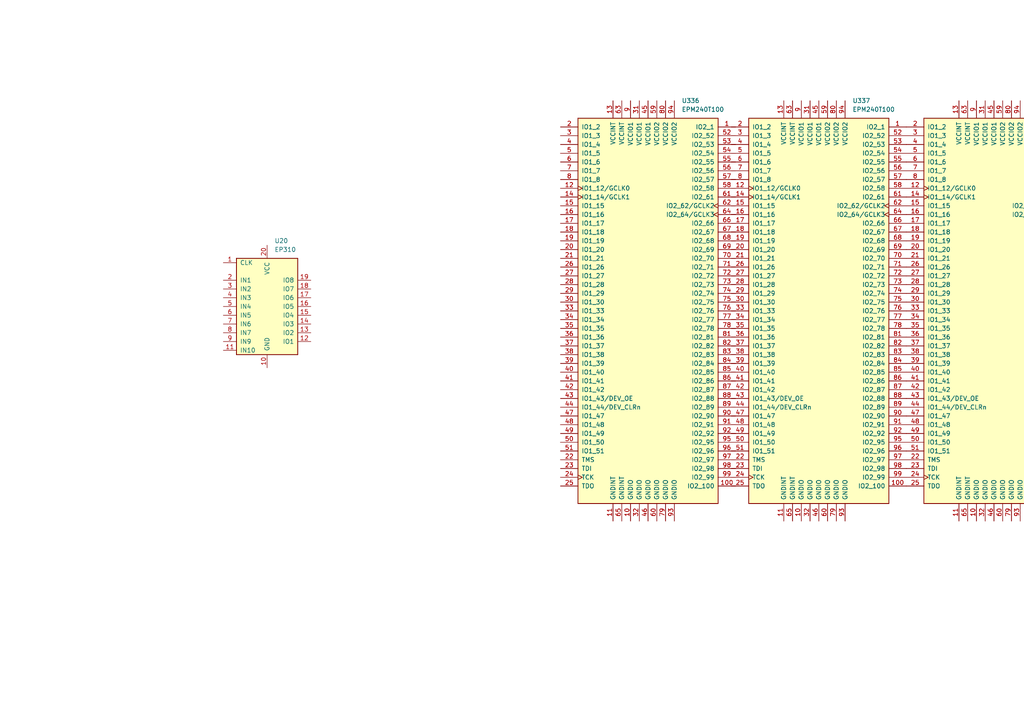
<source format=kicad_sch>
(kicad_sch (version 20250114) (generator "eeschema") (generator_version "9.0")
  (paper "A4")
  (lib_symbols
    (symbol "CPLD_Altera:EP310" (pin_names (offset 1.016))
      (property "Reference" "U" (at -2.54 17.145 0))
      (property "Value" "EP310" (at -2.54 15.24 0))
      (symbol "EP310_0_1"
        (rectangle (start -8.89 -13.97) (end 8.89 13.97) (stroke (width 0.254)) (fill (type background)))
      )
      (symbol "EP310_1_1"
        (pin input line (at -12.7 12.7 0) (length 3.81) (name "CLK") (number "1"))
        (pin input line (at -12.7 7.62 0) (length 3.81) (name "IN1") (number "2"))
        (pin input line (at -12.7 5.08 0) (length 3.81) (name "IN2") (number "3"))
        (pin input line (at -12.7 2.54 0) (length 3.81) (name "IN3") (number "4"))
        (pin input line (at -12.7 0 0) (length 3.81) (name "IN4") (number "5"))
        (pin input line (at -12.7 -2.54 0) (length 3.81) (name "IN5") (number "6"))
        (pin input line (at -12.7 -5.08 0) (length 3.81) (name "IN6") (number "7"))
        (pin input line (at -12.7 -7.62 0) (length 3.81) (name "IN7") (number "8"))
        (pin input line (at -12.7 -10.16 0) (length 3.81) (name "IN9") (number "9"))
        (pin input line (at -12.7 -12.7 0) (length 3.81) (name "IN10") (number "11"))
        (pin power_in line (at 0 17.78 270) (length 3.81) (name "VCC") (number "20"))
        (pin power_in line (at 0 -17.78 90) (length 3.81) (name "GND") (number "10"))
        (pin input line (at 12.7 7.62 180) (length 3.81) (name "IO8") (number "19"))
        (pin input line (at 12.7 5.08 180) (length 3.81) (name "IO7") (number "18"))
        (pin input line (at 12.7 2.54 180) (length 3.81) (name "IO6") (number "17"))
        (pin input line (at 12.7 0 180) (length 3.81) (name "IO5") (number "16"))
        (pin input line (at 12.7 -2.54 180) (length 3.81) (name "IO4") (number "15"))
        (pin input line (at 12.7 -5.08 180) (length 3.81) (name "IO3") (number "14"))
        (pin input line (at 12.7 -7.62 180) (length 3.81) (name "IO2") (number "13"))
        (pin input line (at 12.7 -10.16 180) (length 3.81) (name "IO1") (number "12"))
      )
    )
    (symbol "CPLD_Altera:EPM240T100" (pin_names (offset 1.016))
      (property "Reference" "U" (at 10.16 57.15 0))
      (property "Value" "EPM240T100" (at 10.16 -57.15 0))
      (symbol "EPM240T100_1_1"
        (rectangle (start -20.32 55.88) (end 20.32 -55.88) (stroke (width 0.254)) (fill (type background)))
        (pin bidirectional line (at -25.4 53.34 0) (length 5.08) (name "IO1_2") (number "2"))
        (pin bidirectional line (at -25.4 50.8 0) (length 5.08) (name "IO1_3") (number "3"))
        (pin bidirectional line (at -25.4 48.26 0) (length 5.08) (name "IO1_4") (number "4"))
        (pin bidirectional line (at -25.4 45.72 0) (length 5.08) (name "IO1_5") (number "5"))
        (pin bidirectional line (at -25.4 43.18 0) (length 5.08) (name "IO1_6") (number "6"))
        (pin bidirectional line (at -25.4 40.64 0) (length 5.08) (name "IO1_7") (number "7"))
        (pin bidirectional line (at -25.4 38.1 0) (length 5.08) (name "IO1_8") (number "8"))
        (pin bidirectional clock (at -25.4 35.56 0) (length 5.08) (name "IO1_12/GCLK0") (number "12"))
        (pin bidirectional clock (at -25.4 33.02 0) (length 5.08) (name "IO1_14/GCLK1") (number "14"))
        (pin bidirectional line (at -25.4 30.48 0) (length 5.08) (name "IO1_15") (number "15"))
        (pin bidirectional line (at -25.4 27.94 0) (length 5.08) (name "IO1_16") (number "16"))
        (pin bidirectional line (at -25.4 25.4 0) (length 5.08) (name "IO1_17") (number "17"))
        (pin bidirectional line (at -25.4 22.86 0) (length 5.08) (name "IO1_18") (number "18"))
        (pin bidirectional line (at -25.4 20.32 0) (length 5.08) (name "IO1_19") (number "19"))
        (pin bidirectional line (at -25.4 17.78 0) (length 5.08) (name "IO1_20") (number "20"))
        (pin bidirectional line (at -25.4 15.24 0) (length 5.08) (name "IO1_21") (number "21"))
        (pin bidirectional line (at -25.4 12.7 0) (length 5.08) (name "IO1_26") (number "26"))
        (pin bidirectional line (at -25.4 10.16 0) (length 5.08) (name "IO1_27") (number "27"))
        (pin bidirectional line (at -25.4 7.62 0) (length 5.08) (name "IO1_28") (number "28"))
        (pin bidirectional line (at -25.4 5.08 0) (length 5.08) (name "IO1_29") (number "29"))
        (pin bidirectional line (at -25.4 2.54 0) (length 5.08) (name "IO1_30") (number "30"))
        (pin bidirectional line (at -25.4 0 0) (length 5.08) (name "IO1_33") (number "33"))
        (pin bidirectional line (at -25.4 -2.54 0) (length 5.08) (name "IO1_34") (number "34"))
        (pin bidirectional line (at -25.4 -5.08 0) (length 5.08) (name "IO1_35") (number "35"))
        (pin bidirectional line (at -25.4 -7.62 0) (length 5.08) (name "IO1_36") (number "36"))
        (pin bidirectional line (at -25.4 -10.16 0) (length 5.08) (name "IO1_37") (number "37"))
        (pin bidirectional line (at -25.4 -12.7 0) (length 5.08) (name "IO1_38") (number "38"))
        (pin bidirectional line (at -25.4 -15.24 0) (length 5.08) (name "IO1_39") (number "39"))
        (pin bidirectional line (at -25.4 -17.78 0) (length 5.08) (name "IO1_40") (number "40"))
        (pin bidirectional line (at -25.4 -20.32 0) (length 5.08) (name "IO1_41") (number "41"))
        (pin bidirectional line (at -25.4 -22.86 0) (length 5.08) (name "IO1_42") (number "42"))
        (pin bidirectional line (at -25.4 -25.4 0) (length 5.08) (name "IO1_43/DEV_OE") (number "43"))
        (pin bidirectional line (at -25.4 -27.94 0) (length 5.08) (name "IO1_44/DEV_CLRn") (number "44"))
        (pin bidirectional line (at -25.4 -30.48 0) (length 5.08) (name "IO1_47") (number "47"))
        (pin bidirectional line (at -25.4 -33.02 0) (length 5.08) (name "IO1_48") (number "48"))
        (pin bidirectional line (at -25.4 -35.56 0) (length 5.08) (name "IO1_49") (number "49"))
        (pin bidirectional line (at -25.4 -38.1 0) (length 5.08) (name "IO1_50") (number "50"))
        (pin bidirectional line (at -25.4 -40.64 0) (length 5.08) (name "IO1_51") (number "51"))
        (pin input line (at -25.4 -43.18 0) (length 5.08) (name "TMS") (number "22"))
        (pin input line (at -25.4 -45.72 0) (length 5.08) (name "TDI") (number "23"))
        (pin input clock (at -25.4 -48.26 0) (length 5.08) (name "TCK") (number "24"))
        (pin output line (at -25.4 -50.8 0) (length 5.08) (name "TDO") (number "25"))
        (pin power_in line (at -10.16 60.96 270) (length 5.08) (name "VCCINT") (number "13"))
        (pin power_in line (at -10.16 -60.96 90) (length 5.08) (name "GNDINT") (number "11"))
        (pin power_in line (at -7.62 60.96 270) (length 5.08) (name "VCCINT") (number "63"))
        (pin power_in line (at -7.62 -60.96 90) (length 5.08) (name "GNDINT") (number "65"))
        (pin power_in line (at -5.08 60.96 270) (length 5.08) (name "VCCIO1") (number "9"))
        (pin power_in line (at -5.08 -60.96 90) (length 5.08) (name "GNDIO") (number "10"))
        (pin power_in line (at -2.54 60.96 270) (length 5.08) (name "VCCIO1") (number "31"))
        (pin power_in line (at -2.54 -60.96 90) (length 5.08) (name "GNDIO") (number "32"))
        (pin power_in line (at 0 60.96 270) (length 5.08) (name "VCCIO1") (number "45"))
        (pin power_in line (at 0 -60.96 90) (length 5.08) (name "GNDIO") (number "46"))
        (pin power_in line (at 2.54 60.96 270) (length 5.08) (name "VCCIO2") (number "59"))
        (pin power_in line (at 2.54 -60.96 90) (length 5.08) (name "GNDIO") (number "60"))
        (pin power_in line (at 5.08 60.96 270) (length 5.08) (name "VCCIO2") (number "80"))
        (pin power_in line (at 5.08 -60.96 90) (length 5.08) (name "GNDIO") (number "79"))
        (pin power_in line (at 7.62 60.96 270) (length 5.08) (name "VCCIO2") (number "94"))
        (pin power_in line (at 7.62 -60.96 90) (length 5.08) (name "GNDIO") (number "93"))
        (pin bidirectional line (at 25.4 53.34 180) (length 5.08) (name "IO2_1") (number "1"))
        (pin bidirectional line (at 25.4 50.8 180) (length 5.08) (name "IO2_52") (number "52"))
        (pin bidirectional line (at 25.4 48.26 180) (length 5.08) (name "IO2_53") (number "53"))
        (pin bidirectional line (at 25.4 45.72 180) (length 5.08) (name "IO2_54") (number "54"))
        (pin bidirectional line (at 25.4 43.18 180) (length 5.08) (name "IO2_55") (number "55"))
        (pin bidirectional line (at 25.4 40.64 180) (length 5.08) (name "IO2_56") (number "56"))
        (pin bidirectional line (at 25.4 38.1 180) (length 5.08) (name "IO2_57") (number "57"))
        (pin bidirectional line (at 25.4 35.56 180) (length 5.08) (name "IO2_58") (number "58"))
        (pin bidirectional line (at 25.4 33.02 180) (length 5.08) (name "IO2_61") (number "61"))
        (pin bidirectional clock (at 25.4 30.48 180) (length 5.08) (name "IO2_62/GCLK2") (number "62"))
        (pin bidirectional clock (at 25.4 27.94 180) (length 5.08) (name "IO2_64/GCLK3") (number "64"))
        (pin bidirectional line (at 25.4 25.4 180) (length 5.08) (name "IO2_66") (number "66"))
        (pin bidirectional line (at 25.4 22.86 180) (length 5.08) (name "IO2_67") (number "67"))
        (pin bidirectional line (at 25.4 20.32 180) (length 5.08) (name "IO2_68") (number "68"))
        (pin bidirectional line (at 25.4 17.78 180) (length 5.08) (name "IO2_69") (number "69"))
        (pin bidirectional line (at 25.4 15.24 180) (length 5.08) (name "IO2_70") (number "70"))
        (pin bidirectional line (at 25.4 12.7 180) (length 5.08) (name "IO2_71") (number "71"))
        (pin bidirectional line (at 25.4 10.16 180) (length 5.08) (name "IO2_72") (number "72"))
        (pin bidirectional line (at 25.4 7.62 180) (length 5.08) (name "IO2_73") (number "73"))
        (pin bidirectional line (at 25.4 5.08 180) (length 5.08) (name "IO2_74") (number "74"))
        (pin bidirectional line (at 25.4 2.54 180) (length 5.08) (name "IO2_75") (number "75"))
        (pin bidirectional line (at 25.4 0 180) (length 5.08) (name "IO2_76") (number "76"))
        (pin bidirectional line (at 25.4 -2.54 180) (length 5.08) (name "IO2_77") (number "77"))
        (pin bidirectional line (at 25.4 -5.08 180) (length 5.08) (name "IO2_78") (number "78"))
        (pin bidirectional line (at 25.4 -7.62 180) (length 5.08) (name "IO2_81") (number "81"))
        (pin bidirectional line (at 25.4 -10.16 180) (length 5.08) (name "IO2_82") (number "82"))
        (pin bidirectional line (at 25.4 -12.7 180) (length 5.08) (name "IO2_83") (number "83"))
        (pin bidirectional line (at 25.4 -15.24 180) (length 5.08) (name "IO2_84") (number "84"))
        (pin bidirectional line (at 25.4 -17.78 180) (length 5.08) (name "IO2_85") (number "85"))
        (pin bidirectional line (at 25.4 -20.32 180) (length 5.08) (name "IO2_86") (number "86"))
        (pin bidirectional line (at 25.4 -22.86 180) (length 5.08) (name "IO2_87") (number "87"))
        (pin bidirectional line (at 25.4 -25.4 180) (length 5.08) (name "IO2_88") (number "88"))
        (pin bidirectional line (at 25.4 -27.94 180) (length 5.08) (name "IO2_89") (number "89"))
        (pin bidirectional line (at 25.4 -30.48 180) (length 5.08) (name "IO2_90") (number "90"))
        (pin bidirectional line (at 25.4 -33.02 180) (length 5.08) (name "IO2_91") (number "91"))
        (pin bidirectional line (at 25.4 -35.56 180) (length 5.08) (name "IO2_92") (number "92"))
        (pin bidirectional line (at 25.4 -38.1 180) (length 5.08) (name "IO2_95") (number "95"))
        (pin bidirectional line (at 25.4 -40.64 180) (length 5.08) (name "IO2_96") (number "96"))
        (pin bidirectional line (at 25.4 -43.18 180) (length 5.08) (name "IO2_97") (number "97"))
        (pin bidirectional line (at 25.4 -45.72 180) (length 5.08) (name "IO2_98") (number "98"))
        (pin bidirectional line (at 25.4 -48.26 180) (length 5.08) (name "IO2_99") (number "99"))
        (pin bidirectional line (at 25.4 -50.8 180) (length 5.08) (name "IO2_100") (number "100"))
      )
    )
  )
  (symbol (lib_id "CPLD_Altera:EP310") (at 77.47 88.9 0) (unit 1)
    (property "Reference" "U20" (at 79.6133 69.85 0) (effects (justify left)))
    (property "Value" "EP310" (at 79.6133 72.39 0) (effects (justify left)))
    (property "Footprint" "Package_DIP:DIP-20_W7.62mm" (effects (hide yes)))
    (property "Datasheet" "https://www.usbid.com/assets/datasheets/A6/ep310%20-%20epld%20-%20altera.pdf" (effects (hide yes)))
    (property "Description" "EPLD, 8 Macrocell, DIP-20" (effects (hide yes)))
  )
  (symbol (lib_id "CPLD_Altera:EPM240T100") (at 237.49 90.17 0) (unit 1)
    (property "Reference" "U337" (at 247.2533 29.21 0) (effects (justify left)))
    (property "Value" "EPM240T100" (at 247.2533 31.75 0) (effects (justify left)))
    (property "Footprint" "Package_QFP:LQFP-100_14x14mm_P0.5mm" (effects (hide yes)))
    (property "Datasheet" "https://www.altera.com/content/dam/altera-www/global/en_US/pdfs/literature/hb/max2/max2_mii5v1.pdf" (effects (hide yes)))
    (property "Description" "Altera MAX2 CPLD with 240 LE" (effects (hide yes)))
  )
  (symbol (lib_id "CPLD_Altera:EPM240T100") (at 339.09 90.17 0) (unit 1)
    (property "Reference" "U339" (at 348.8533 29.21 0) (effects (justify left)))
    (property "Value" "EPM240T100" (at 348.8533 31.75 0) (effects (justify left)))
    (property "Footprint" "Package_QFP:LQFP-100_14x14mm_P0.5mm" (effects (hide yes)))
    (property "Datasheet" "https://www.altera.com/content/dam/altera-www/global/en_US/pdfs/literature/hb/max2/max2_mii5v1.pdf" (effects (hide yes)))
    (property "Description" "Altera MAX2 CPLD with 240 LE" (effects (hide yes)))
  )
  (symbol (lib_id "CPLD_Altera:EPM240T100") (at 389.89 90.17 0) (unit 1)
    (property "Reference" "U340" (at 399.6533 29.21 0) (effects (justify left)))
    (property "Value" "EPM240T100" (at 399.6533 31.75 0) (effects (justify left)))
    (property "Footprint" "Package_QFP:LQFP-100_14x14mm_P0.5mm" (effects (hide yes)))
    (property "Datasheet" "https://www.altera.com/content/dam/altera-www/global/en_US/pdfs/literature/hb/max2/max2_mii5v1.pdf" (effects (hide yes)))
    (property "Description" "Altera MAX2 CPLD with 240 LE" (effects (hide yes)))
  )
  (symbol (lib_id "CPLD_Altera:EPM240T100") (at 288.29 90.17 0) (unit 1)
    (property "Reference" "U338" (at 298.0533 29.21 0) (effects (justify left)))
    (property "Value" "EPM240T100" (at 298.0533 31.75 0) (effects (justify left)))
    (property "Footprint" "Package_QFP:LQFP-100_14x14mm_P0.5mm" (effects (hide yes)))
    (property "Datasheet" "https://www.altera.com/content/dam/altera-www/global/en_US/pdfs/literature/hb/max2/max2_mii5v1.pdf" (effects (hide yes)))
    (property "Description" "Altera MAX2 CPLD with 240 LE" (effects (hide yes)))
  )
  (symbol (lib_id "CPLD_Altera:EPM240T100") (at 187.96 90.17 0) (unit 1)
    (property "Reference" "U336" (at 197.7233 29.21 0) (effects (justify left)))
    (property "Value" "EPM240T100" (at 197.7233 31.75 0) (effects (justify left)))
    (property "Footprint" "Package_QFP:LQFP-100_14x14mm_P0.5mm" (effects (hide yes)))
    (property "Datasheet" "https://www.altera.com/content/dam/altera-www/global/en_US/pdfs/literature/hb/max2/max2_mii5v1.pdf" (effects (hide yes)))
    (property "Description" "Altera MAX2 CPLD with 240 LE" (effects (hide yes)))
  )
)
</source>
